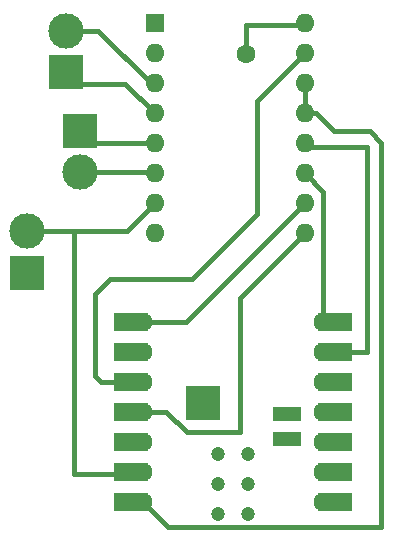
<source format=gbr>
%TF.GenerationSoftware,KiCad,Pcbnew,8.0.6*%
%TF.CreationDate,2024-10-28T18:17:33-04:00*%
%TF.ProjectId,polulu_motor,706f6c75-6c75-45f6-9d6f-746f722e6b69,rev?*%
%TF.SameCoordinates,Original*%
%TF.FileFunction,Copper,L1,Top*%
%TF.FilePolarity,Positive*%
%FSLAX46Y46*%
G04 Gerber Fmt 4.6, Leading zero omitted, Abs format (unit mm)*
G04 Created by KiCad (PCBNEW 8.0.6) date 2024-10-28 18:17:33*
%MOMM*%
%LPD*%
G01*
G04 APERTURE LIST*
%TA.AperFunction,ComponentPad*%
%ADD10R,3.000000X3.000000*%
%TD*%
%TA.AperFunction,ComponentPad*%
%ADD11C,3.000000*%
%TD*%
%TA.AperFunction,ComponentPad*%
%ADD12C,1.600000*%
%TD*%
%TA.AperFunction,SMDPad,CuDef*%
%ADD13R,3.000000X1.600000*%
%TD*%
%TA.AperFunction,SMDPad,CuDef*%
%ADD14R,2.400000X1.200000*%
%TD*%
%TA.AperFunction,SMDPad,CuDef*%
%ADD15C,1.200000*%
%TD*%
%TA.AperFunction,SMDPad,CuDef*%
%ADD16R,3.000000X3.000000*%
%TD*%
%TA.AperFunction,ComponentPad*%
%ADD17R,1.600000X1.600000*%
%TD*%
%TA.AperFunction,ComponentPad*%
%ADD18O,1.600000X1.600000*%
%TD*%
%TA.AperFunction,ViaPad*%
%ADD19C,1.600000*%
%TD*%
%TA.AperFunction,Conductor*%
%ADD20C,0.400000*%
%TD*%
G04 APERTURE END LIST*
D10*
%TO.P,J2,1,Pin_1*%
%TO.N,Net-(A1-B1)*%
X123500000Y-57000000D03*
D11*
%TO.P,J2,2,Pin_2*%
%TO.N,Net-(A1-B2)*%
X123500000Y-60500000D03*
%TD*%
D10*
%TO.P,J1,1,Pin_1*%
%TO.N,VMOT1*%
X119000000Y-69000000D03*
D11*
%TO.P,J1,2,Pin_2*%
%TO.N,GND1*%
X119000000Y-65500000D03*
%TD*%
D10*
%TO.P,J6,1,Pin_1*%
%TO.N,Net-(A1-A1)*%
X122280000Y-52000000D03*
D11*
%TO.P,J6,2,Pin_2*%
%TO.N,Net-(A1-A2)*%
X122280000Y-48500000D03*
%TD*%
D12*
%TO.P,M1,1,D0*%
%TO.N,unconnected-(M1-D0-Pad1)*%
X144050000Y-88390000D03*
D13*
X145050000Y-88390000D03*
D12*
%TO.P,M1,2,D1*%
%TO.N,unconnected-(M1-D1-Pad2)*%
X144050000Y-85850000D03*
D13*
X145050000Y-85850000D03*
D12*
%TO.P,M1,3,D2*%
%TO.N,unconnected-(M1-D2-Pad3)*%
X144050000Y-83310000D03*
D13*
X145050000Y-83310000D03*
D12*
%TO.P,M1,4,D3*%
%TO.N,unconnected-(M1-D3-Pad4)*%
X144050000Y-80770000D03*
D13*
X145050000Y-80770000D03*
D12*
%TO.P,M1,5,D4*%
%TO.N,unconnected-(M1-D4-Pad5)*%
X144050000Y-78230000D03*
D13*
X145050000Y-78230000D03*
D12*
%TO.P,M1,6,D5*%
%TO.N,Net-(A1-M2)*%
X144050000Y-75690000D03*
D13*
X145050000Y-75690000D03*
D12*
%TO.P,M1,7,D6*%
%TO.N,Net-(A1-M1)*%
X144050000Y-73150000D03*
D13*
X145050000Y-73150000D03*
D12*
%TO.P,M1,8,D7*%
%TO.N,Net-(A1-M0)*%
X128815000Y-73150000D03*
D13*
X127815000Y-73150000D03*
D12*
%TO.P,M1,9,D8*%
%TO.N,Net-(A1-DIR)*%
X128815000Y-75690000D03*
D13*
X127815000Y-75690000D03*
D12*
%TO.P,M1,10,D9*%
%TO.N,Net-(A1-STEP)*%
X128815000Y-78230000D03*
D13*
X127815000Y-78230000D03*
D12*
%TO.P,M1,11,D10*%
%TO.N,Net-(A1-~{EN})*%
X128815000Y-80770000D03*
D13*
X127815000Y-80770000D03*
D12*
%TO.P,M1,12,3V3*%
%TO.N,unconnected-(M1-3V3-Pad12)*%
X128815000Y-83310000D03*
D13*
X127815000Y-83310000D03*
D12*
%TO.P,M1,13,GND*%
%TO.N,GND1*%
X128815000Y-85850000D03*
D13*
X127815000Y-85850000D03*
D12*
%TO.P,M1,14,5V*%
%TO.N,Net-(A1-~{RST})*%
X128815000Y-88390000D03*
D13*
X127815000Y-88390000D03*
D14*
%TO.P,M1,15,BAT_GND*%
%TO.N,unconnected-(M1-BAT_GND-Pad15)*%
X141035000Y-83070000D03*
%TO.P,M1,16,BAT_VIN*%
%TO.N,unconnected-(M1-BAT_VIN-Pad16)*%
X141035000Y-80970000D03*
D15*
%TO.P,M1,17,MTDI*%
%TO.N,unconnected-(M1-MTDI-Pad17)*%
X137705000Y-89450000D03*
%TO.P,M1,18,EN*%
%TO.N,unconnected-(M1-EN-Pad18)*%
X137705000Y-86910000D03*
%TO.P,M1,19,MTMS*%
%TO.N,unconnected-(M1-MTMS-Pad19)*%
X137705000Y-84370000D03*
%TO.P,M1,20,MTCK*%
%TO.N,unconnected-(M1-MTCK-Pad20)*%
X135165000Y-84370000D03*
%TO.P,M1,21,GND*%
%TO.N,unconnected-(M1-GND-Pad21)*%
X135165000Y-86910000D03*
%TO.P,M1,22,MTDO*%
%TO.N,unconnected-(M1-MTDO-Pad22)*%
X135165000Y-89450000D03*
D16*
%TO.P,M1,23,THERMAL*%
%TO.N,unconnected-(M1-THERMAL-Pad23)*%
X133935000Y-80020000D03*
%TD*%
D17*
%TO.P,A1,1,GND*%
%TO.N,unconnected-(A1-GND-Pad1)*%
X129800000Y-47880000D03*
D18*
%TO.P,A1,2,~{FLT}*%
%TO.N,unconnected-(A1-~{FLT}-Pad2)*%
X129800000Y-50420000D03*
%TO.P,A1,3,A2*%
%TO.N,Net-(A1-A2)*%
X129800000Y-52960000D03*
%TO.P,A1,4,A1*%
%TO.N,Net-(A1-A1)*%
X129800000Y-55500000D03*
%TO.P,A1,5,B1*%
%TO.N,Net-(A1-B1)*%
X129800000Y-58040000D03*
%TO.P,A1,6,B2*%
%TO.N,Net-(A1-B2)*%
X129800000Y-60580000D03*
%TO.P,A1,7,GND*%
%TO.N,GND1*%
X129800000Y-63120000D03*
%TO.P,A1,8,VMOT*%
%TO.N,VMOT*%
X129800000Y-65660000D03*
%TO.P,A1,9,~{EN}*%
%TO.N,Net-(A1-~{EN})*%
X142500000Y-65660000D03*
%TO.P,A1,10,M0*%
%TO.N,Net-(A1-M0)*%
X142500000Y-63120000D03*
%TO.P,A1,11,M1*%
%TO.N,Net-(A1-M1)*%
X142500000Y-60580000D03*
%TO.P,A1,12,M2*%
%TO.N,Net-(A1-M2)*%
X142500000Y-58040000D03*
%TO.P,A1,13,~{RST}*%
%TO.N,Net-(A1-~{RST})*%
X142500000Y-55500000D03*
%TO.P,A1,14,~{SLP}*%
X142500000Y-52960000D03*
%TO.P,A1,15,STEP*%
%TO.N,Net-(A1-STEP)*%
X142500000Y-50420000D03*
%TO.P,A1,16,DIR*%
%TO.N,Net-(A1-DIR)*%
X142500000Y-47880000D03*
%TD*%
D19*
%TO.N,Net-(A1-DIR)*%
X137500000Y-50500000D03*
%TD*%
D20*
%TO.N,Net-(A1-DIR)*%
X142500000Y-47880000D02*
X142380000Y-48000000D01*
X137500000Y-48000000D02*
X137500000Y-50000000D01*
X142380000Y-48000000D02*
X137500000Y-48000000D01*
%TO.N,GND1*%
X127420000Y-65500000D02*
X129800000Y-63120000D01*
X128665000Y-86000000D02*
X128815000Y-85850000D01*
X123000000Y-65500000D02*
X123000000Y-86000000D01*
X119000000Y-65500000D02*
X123000000Y-65500000D01*
X123000000Y-65500000D02*
X127420000Y-65500000D01*
%TO.N,Net-(A1-M2)*%
X147810000Y-75690000D02*
X147810000Y-58310000D01*
X144050000Y-75690000D02*
X147810000Y-75690000D01*
X147810000Y-58310000D02*
X142770000Y-58310000D01*
X142770000Y-58310000D02*
X142500000Y-58040000D01*
%TO.N,Net-(A1-M0)*%
X128815000Y-73150000D02*
X132470000Y-73150000D01*
X132470000Y-73150000D02*
X142500000Y-63120000D01*
%TO.N,Net-(A1-~{RST})*%
X128705000Y-88500000D02*
X128815000Y-88390000D01*
X143500000Y-55500000D02*
X145000000Y-57000000D01*
X142500000Y-55500000D02*
X142500000Y-52960000D01*
X148000000Y-57000000D02*
X149000000Y-58000000D01*
X145000000Y-57000000D02*
X148000000Y-57000000D01*
X149000000Y-90500000D02*
X130925000Y-90500000D01*
X149000000Y-58000000D02*
X149000000Y-90500000D01*
X142500000Y-55500000D02*
X143500000Y-55500000D01*
%TO.N,Net-(A1-A1)*%
X123280000Y-53000000D02*
X127300000Y-53000000D01*
X127300000Y-53000000D02*
X129800000Y-55500000D01*
X122280000Y-52000000D02*
X123280000Y-53000000D01*
%TO.N,Net-(A1-DIR)*%
X128505000Y-76000000D02*
X128815000Y-75690000D01*
X129005000Y-75500000D02*
X128815000Y-75690000D01*
X128625000Y-75500000D02*
X128815000Y-75690000D01*
%TO.N,Net-(A1-B1)*%
X124540000Y-58040000D02*
X123500000Y-57000000D01*
X129800000Y-58040000D02*
X124540000Y-58040000D01*
%TO.N,Net-(A1-STEP)*%
X126000000Y-69500000D02*
X133000000Y-69500000D01*
X133000000Y-69500000D02*
X138500000Y-64000000D01*
X138500000Y-64000000D02*
X138500000Y-54420000D01*
X125230000Y-78230000D02*
X124730000Y-77730000D01*
X124730000Y-77730000D02*
X124730000Y-70770000D01*
X138500000Y-54420000D02*
X142500000Y-50420000D01*
X124730000Y-70770000D02*
X126000000Y-69500000D01*
X128815000Y-78230000D02*
X125230000Y-78230000D01*
%TO.N,Net-(A1-B2)*%
X129800000Y-60580000D02*
X129720000Y-60500000D01*
X123670000Y-60330000D02*
X123500000Y-60500000D01*
X129720000Y-60500000D02*
X123500000Y-60500000D01*
%TO.N,Net-(A1-~{EN})*%
X132500000Y-82500000D02*
X137000000Y-82500000D01*
X130770000Y-80770000D02*
X132500000Y-82500000D01*
X128815000Y-80770000D02*
X130770000Y-80770000D01*
X137000000Y-82500000D02*
X137000000Y-71160000D01*
X137000000Y-71160000D02*
X142500000Y-65660000D01*
%TO.N,Net-(A1-A2)*%
X125000000Y-48500000D02*
X122280000Y-48500000D01*
X129460000Y-52960000D02*
X125000000Y-48500000D01*
X129800000Y-52960000D02*
X129460000Y-52960000D01*
%TO.N,Net-(A1-M1)*%
X144050000Y-62130000D02*
X142500000Y-60580000D01*
X144050000Y-73150000D02*
X144050000Y-62130000D01*
%TO.N,GND1*%
X123000000Y-86000000D02*
X128665000Y-86000000D01*
%TO.N,Net-(A1-~{RST})*%
X130925000Y-90500000D02*
X128815000Y-88390000D01*
%TD*%
M02*

</source>
